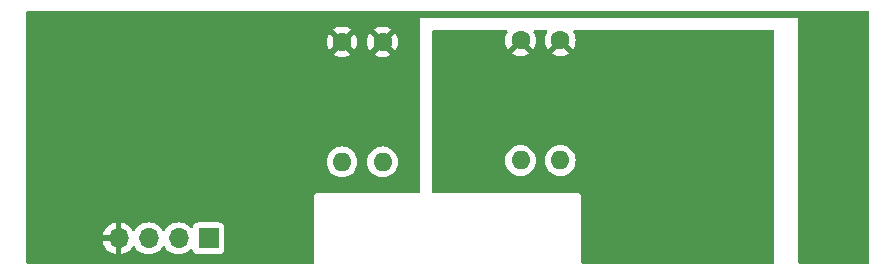
<source format=gbr>
%TF.GenerationSoftware,KiCad,Pcbnew,8.0.6*%
%TF.CreationDate,2024-11-24T09:52:55+11:00*%
%TF.ProjectId,cheating-calc,63686561-7469-46e6-972d-63616c632e6b,rev?*%
%TF.SameCoordinates,Original*%
%TF.FileFunction,Copper,L2,Bot*%
%TF.FilePolarity,Positive*%
%FSLAX46Y46*%
G04 Gerber Fmt 4.6, Leading zero omitted, Abs format (unit mm)*
G04 Created by KiCad (PCBNEW 8.0.6) date 2024-11-24 09:52:55*
%MOMM*%
%LPD*%
G01*
G04 APERTURE LIST*
%TA.AperFunction,ComponentPad*%
%ADD10R,1.700000X1.700000*%
%TD*%
%TA.AperFunction,ComponentPad*%
%ADD11O,1.700000X1.700000*%
%TD*%
%TA.AperFunction,ComponentPad*%
%ADD12C,1.600000*%
%TD*%
%TA.AperFunction,ComponentPad*%
%ADD13O,1.600000X1.600000*%
%TD*%
%TA.AperFunction,ViaPad*%
%ADD14C,0.800000*%
%TD*%
G04 APERTURE END LIST*
D10*
%TO.P,J1,1,Pin_1*%
%TO.N,RING*%
X101092000Y-71628000D03*
D11*
%TO.P,J1,2,Pin_2*%
%TO.N,TIP*%
X98552000Y-71628000D03*
%TO.P,J1,3,Pin_3*%
%TO.N,GND*%
X96012000Y-71628000D03*
%TO.P,J1,4,Pin_4*%
%TO.N,+5V*%
X93472000Y-71628000D03*
%TD*%
D12*
%TO.P,R4,1*%
%TO.N,+5V*%
X112395000Y-54991000D03*
D13*
%TO.P,R4,2*%
%TO.N,TIP*%
X112395000Y-65151000D03*
%TD*%
D12*
%TO.P,R2,1*%
%TO.N,+3.3V*%
X130876000Y-54864000D03*
D13*
%TO.P,R2,2*%
%TO.N,TIP_GPIO*%
X130876000Y-65024000D03*
%TD*%
D12*
%TO.P,R3,1*%
%TO.N,+5V*%
X115824000Y-54991000D03*
D13*
%TO.P,R3,2*%
%TO.N,RING*%
X115824000Y-65151000D03*
%TD*%
D12*
%TO.P,R1,1*%
%TO.N,+3.3V*%
X127508000Y-54864000D03*
D13*
%TO.P,R1,2*%
%TO.N,RING_GPIO*%
X127508000Y-65024000D03*
%TD*%
D14*
%TO.N,+5V*%
X152019000Y-68199000D03*
%TO.N,+3.3V*%
X147320000Y-68199000D03*
X125095000Y-64135000D03*
X125095000Y-59055000D03*
%TD*%
%TA.AperFunction,Conductor*%
%TO.N,+5V*%
G36*
X156986802Y-52390185D02*
G01*
X157032557Y-52442989D01*
X157043763Y-52494500D01*
X157043763Y-73645704D01*
X157024078Y-73712743D01*
X156971274Y-73758498D01*
X156919763Y-73769704D01*
X151124000Y-73769704D01*
X151056961Y-73750019D01*
X151011206Y-73697215D01*
X151000000Y-73645704D01*
X151000000Y-53000000D01*
X119000000Y-53000000D01*
X119000000Y-67645551D01*
X118980315Y-67712590D01*
X118927511Y-67758345D01*
X118876000Y-67769551D01*
X110383583Y-67769551D01*
X110304459Y-67769551D01*
X110266245Y-67779790D01*
X110228030Y-67790030D01*
X110228025Y-67790033D01*
X110159516Y-67829586D01*
X110159508Y-67829592D01*
X110103562Y-67885538D01*
X110103556Y-67885546D01*
X110064003Y-67954055D01*
X110064000Y-67954060D01*
X110043521Y-68030490D01*
X110043521Y-73645704D01*
X110023836Y-73712743D01*
X109971032Y-73758498D01*
X109919521Y-73769704D01*
X85768500Y-73769704D01*
X85701461Y-73750019D01*
X85655706Y-73697215D01*
X85644500Y-73645704D01*
X85644500Y-71377999D01*
X92141364Y-71377999D01*
X92141364Y-71378000D01*
X93038988Y-71378000D01*
X93006075Y-71435007D01*
X92972000Y-71562174D01*
X92972000Y-71693826D01*
X93006075Y-71820993D01*
X93038988Y-71878000D01*
X92141364Y-71878000D01*
X92198567Y-72091486D01*
X92198570Y-72091492D01*
X92298399Y-72305578D01*
X92433894Y-72499082D01*
X92600917Y-72666105D01*
X92794421Y-72801600D01*
X93008507Y-72901429D01*
X93008516Y-72901433D01*
X93222000Y-72958634D01*
X93222000Y-72061012D01*
X93279007Y-72093925D01*
X93406174Y-72128000D01*
X93537826Y-72128000D01*
X93664993Y-72093925D01*
X93722000Y-72061012D01*
X93722000Y-72958633D01*
X93935483Y-72901433D01*
X93935492Y-72901429D01*
X94149578Y-72801600D01*
X94343082Y-72666105D01*
X94510105Y-72499082D01*
X94640119Y-72313405D01*
X94694696Y-72269781D01*
X94764195Y-72262588D01*
X94826549Y-72294110D01*
X94843269Y-72313405D01*
X94973505Y-72499401D01*
X95140599Y-72666495D01*
X95237384Y-72734265D01*
X95334165Y-72802032D01*
X95334167Y-72802033D01*
X95334170Y-72802035D01*
X95548337Y-72901903D01*
X95776592Y-72963063D01*
X95953034Y-72978500D01*
X96011999Y-72983659D01*
X96012000Y-72983659D01*
X96012001Y-72983659D01*
X96070966Y-72978500D01*
X96247408Y-72963063D01*
X96475663Y-72901903D01*
X96689830Y-72802035D01*
X96883401Y-72666495D01*
X97050495Y-72499401D01*
X97180425Y-72313842D01*
X97235002Y-72270217D01*
X97304500Y-72263023D01*
X97366855Y-72294546D01*
X97383575Y-72313842D01*
X97513281Y-72499082D01*
X97513505Y-72499401D01*
X97680599Y-72666495D01*
X97777384Y-72734265D01*
X97874165Y-72802032D01*
X97874167Y-72802033D01*
X97874170Y-72802035D01*
X98088337Y-72901903D01*
X98316592Y-72963063D01*
X98493034Y-72978500D01*
X98551999Y-72983659D01*
X98552000Y-72983659D01*
X98552001Y-72983659D01*
X98610966Y-72978500D01*
X98787408Y-72963063D01*
X99015663Y-72901903D01*
X99229830Y-72802035D01*
X99423401Y-72666495D01*
X99545329Y-72544566D01*
X99606648Y-72511084D01*
X99676340Y-72516068D01*
X99732274Y-72557939D01*
X99749189Y-72588917D01*
X99798202Y-72720328D01*
X99798206Y-72720335D01*
X99884452Y-72835544D01*
X99884455Y-72835547D01*
X99999664Y-72921793D01*
X99999671Y-72921797D01*
X100134517Y-72972091D01*
X100134516Y-72972091D01*
X100141444Y-72972835D01*
X100194127Y-72978500D01*
X101989872Y-72978499D01*
X102049483Y-72972091D01*
X102184331Y-72921796D01*
X102299546Y-72835546D01*
X102385796Y-72720331D01*
X102436091Y-72585483D01*
X102442500Y-72525873D01*
X102442499Y-70730128D01*
X102436091Y-70670517D01*
X102434810Y-70667083D01*
X102385797Y-70535671D01*
X102385793Y-70535664D01*
X102299547Y-70420455D01*
X102299544Y-70420452D01*
X102184335Y-70334206D01*
X102184328Y-70334202D01*
X102049482Y-70283908D01*
X102049483Y-70283908D01*
X101989883Y-70277501D01*
X101989881Y-70277500D01*
X101989873Y-70277500D01*
X101989864Y-70277500D01*
X100194129Y-70277500D01*
X100194123Y-70277501D01*
X100134516Y-70283908D01*
X99999671Y-70334202D01*
X99999664Y-70334206D01*
X99884455Y-70420452D01*
X99884452Y-70420455D01*
X99798206Y-70535664D01*
X99798203Y-70535669D01*
X99749189Y-70667083D01*
X99707317Y-70723016D01*
X99641853Y-70747433D01*
X99573580Y-70732581D01*
X99545326Y-70711430D01*
X99423402Y-70589506D01*
X99423395Y-70589501D01*
X99229834Y-70453967D01*
X99229830Y-70453965D01*
X99229828Y-70453964D01*
X99015663Y-70354097D01*
X99015659Y-70354096D01*
X99015655Y-70354094D01*
X98787413Y-70292938D01*
X98787403Y-70292936D01*
X98552001Y-70272341D01*
X98551999Y-70272341D01*
X98316596Y-70292936D01*
X98316586Y-70292938D01*
X98088344Y-70354094D01*
X98088335Y-70354098D01*
X97874171Y-70453964D01*
X97874169Y-70453965D01*
X97680597Y-70589505D01*
X97513505Y-70756597D01*
X97383575Y-70942158D01*
X97328998Y-70985783D01*
X97259500Y-70992977D01*
X97197145Y-70961454D01*
X97180425Y-70942158D01*
X97050494Y-70756597D01*
X96883402Y-70589506D01*
X96883395Y-70589501D01*
X96689834Y-70453967D01*
X96689830Y-70453965D01*
X96689828Y-70453964D01*
X96475663Y-70354097D01*
X96475659Y-70354096D01*
X96475655Y-70354094D01*
X96247413Y-70292938D01*
X96247403Y-70292936D01*
X96012001Y-70272341D01*
X96011999Y-70272341D01*
X95776596Y-70292936D01*
X95776586Y-70292938D01*
X95548344Y-70354094D01*
X95548335Y-70354098D01*
X95334171Y-70453964D01*
X95334169Y-70453965D01*
X95140597Y-70589505D01*
X94973508Y-70756594D01*
X94843269Y-70942595D01*
X94788692Y-70986219D01*
X94719193Y-70993412D01*
X94656839Y-70961890D01*
X94640119Y-70942594D01*
X94510113Y-70756926D01*
X94510108Y-70756920D01*
X94343082Y-70589894D01*
X94149578Y-70454399D01*
X93935492Y-70354570D01*
X93935486Y-70354567D01*
X93722000Y-70297364D01*
X93722000Y-71194988D01*
X93664993Y-71162075D01*
X93537826Y-71128000D01*
X93406174Y-71128000D01*
X93279007Y-71162075D01*
X93222000Y-71194988D01*
X93222000Y-70297364D01*
X93221999Y-70297364D01*
X93008513Y-70354567D01*
X93008507Y-70354570D01*
X92794422Y-70454399D01*
X92794420Y-70454400D01*
X92600926Y-70589886D01*
X92600920Y-70589891D01*
X92433891Y-70756920D01*
X92433886Y-70756926D01*
X92298400Y-70950420D01*
X92298399Y-70950422D01*
X92198570Y-71164507D01*
X92198567Y-71164513D01*
X92141364Y-71377999D01*
X85644500Y-71377999D01*
X85644500Y-65150998D01*
X111089532Y-65150998D01*
X111089532Y-65151001D01*
X111109364Y-65377686D01*
X111109366Y-65377697D01*
X111168258Y-65597488D01*
X111168261Y-65597497D01*
X111264431Y-65803732D01*
X111264432Y-65803734D01*
X111394954Y-65990141D01*
X111555858Y-66151045D01*
X111602693Y-66183839D01*
X111742266Y-66281568D01*
X111948504Y-66377739D01*
X112168308Y-66436635D01*
X112330230Y-66450801D01*
X112394998Y-66456468D01*
X112395000Y-66456468D01*
X112395002Y-66456468D01*
X112451673Y-66451509D01*
X112621692Y-66436635D01*
X112841496Y-66377739D01*
X113047734Y-66281568D01*
X113234139Y-66151047D01*
X113395047Y-65990139D01*
X113525568Y-65803734D01*
X113621739Y-65597496D01*
X113680635Y-65377692D01*
X113700468Y-65151000D01*
X113700468Y-65150998D01*
X114518532Y-65150998D01*
X114518532Y-65151001D01*
X114538364Y-65377686D01*
X114538366Y-65377697D01*
X114597258Y-65597488D01*
X114597261Y-65597497D01*
X114693431Y-65803732D01*
X114693432Y-65803734D01*
X114823954Y-65990141D01*
X114984858Y-66151045D01*
X115031693Y-66183839D01*
X115171266Y-66281568D01*
X115377504Y-66377739D01*
X115597308Y-66436635D01*
X115759230Y-66450801D01*
X115823998Y-66456468D01*
X115824000Y-66456468D01*
X115824002Y-66456468D01*
X115880673Y-66451509D01*
X116050692Y-66436635D01*
X116270496Y-66377739D01*
X116476734Y-66281568D01*
X116663139Y-66151047D01*
X116824047Y-65990139D01*
X116954568Y-65803734D01*
X117050739Y-65597496D01*
X117109635Y-65377692D01*
X117129468Y-65151000D01*
X117109635Y-64924308D01*
X117050739Y-64704504D01*
X116954568Y-64498266D01*
X116824047Y-64311861D01*
X116824045Y-64311858D01*
X116663141Y-64150954D01*
X116476734Y-64020432D01*
X116476732Y-64020431D01*
X116270497Y-63924261D01*
X116270488Y-63924258D01*
X116050697Y-63865366D01*
X116050693Y-63865365D01*
X116050692Y-63865365D01*
X116050691Y-63865364D01*
X116050686Y-63865364D01*
X115824002Y-63845532D01*
X115823998Y-63845532D01*
X115597313Y-63865364D01*
X115597302Y-63865366D01*
X115377511Y-63924258D01*
X115377502Y-63924261D01*
X115171267Y-64020431D01*
X115171265Y-64020432D01*
X114984858Y-64150954D01*
X114823954Y-64311858D01*
X114693432Y-64498265D01*
X114693431Y-64498267D01*
X114597261Y-64704502D01*
X114597258Y-64704511D01*
X114538366Y-64924302D01*
X114538364Y-64924313D01*
X114518532Y-65150998D01*
X113700468Y-65150998D01*
X113680635Y-64924308D01*
X113621739Y-64704504D01*
X113525568Y-64498266D01*
X113395047Y-64311861D01*
X113395045Y-64311858D01*
X113234141Y-64150954D01*
X113047734Y-64020432D01*
X113047732Y-64020431D01*
X112841497Y-63924261D01*
X112841488Y-63924258D01*
X112621697Y-63865366D01*
X112621693Y-63865365D01*
X112621692Y-63865365D01*
X112621691Y-63865364D01*
X112621686Y-63865364D01*
X112395002Y-63845532D01*
X112394998Y-63845532D01*
X112168313Y-63865364D01*
X112168302Y-63865366D01*
X111948511Y-63924258D01*
X111948502Y-63924261D01*
X111742267Y-64020431D01*
X111742265Y-64020432D01*
X111555858Y-64150954D01*
X111394954Y-64311858D01*
X111264432Y-64498265D01*
X111264431Y-64498267D01*
X111168261Y-64704502D01*
X111168258Y-64704511D01*
X111109366Y-64924302D01*
X111109364Y-64924313D01*
X111089532Y-65150998D01*
X85644500Y-65150998D01*
X85644500Y-54990997D01*
X111090034Y-54990997D01*
X111090034Y-54991002D01*
X111109858Y-55217599D01*
X111109860Y-55217610D01*
X111168730Y-55437317D01*
X111168735Y-55437331D01*
X111264863Y-55643478D01*
X111315974Y-55716472D01*
X111995000Y-55037446D01*
X111995000Y-55043661D01*
X112022259Y-55145394D01*
X112074920Y-55236606D01*
X112149394Y-55311080D01*
X112240606Y-55363741D01*
X112342339Y-55391000D01*
X112348553Y-55391000D01*
X111669526Y-56070025D01*
X111742513Y-56121132D01*
X111742521Y-56121136D01*
X111948668Y-56217264D01*
X111948682Y-56217269D01*
X112168389Y-56276139D01*
X112168400Y-56276141D01*
X112394998Y-56295966D01*
X112395002Y-56295966D01*
X112621599Y-56276141D01*
X112621610Y-56276139D01*
X112841317Y-56217269D01*
X112841331Y-56217264D01*
X113047478Y-56121136D01*
X113120471Y-56070024D01*
X112441447Y-55391000D01*
X112447661Y-55391000D01*
X112549394Y-55363741D01*
X112640606Y-55311080D01*
X112715080Y-55236606D01*
X112767741Y-55145394D01*
X112795000Y-55043661D01*
X112795000Y-55037447D01*
X113474024Y-55716471D01*
X113525136Y-55643478D01*
X113621264Y-55437331D01*
X113621269Y-55437317D01*
X113680139Y-55217610D01*
X113680141Y-55217599D01*
X113699966Y-54991002D01*
X113699966Y-54990997D01*
X114519034Y-54990997D01*
X114519034Y-54991002D01*
X114538858Y-55217599D01*
X114538860Y-55217610D01*
X114597730Y-55437317D01*
X114597735Y-55437331D01*
X114693863Y-55643478D01*
X114744974Y-55716472D01*
X115424000Y-55037446D01*
X115424000Y-55043661D01*
X115451259Y-55145394D01*
X115503920Y-55236606D01*
X115578394Y-55311080D01*
X115669606Y-55363741D01*
X115771339Y-55391000D01*
X115777553Y-55391000D01*
X115098526Y-56070025D01*
X115171513Y-56121132D01*
X115171521Y-56121136D01*
X115377668Y-56217264D01*
X115377682Y-56217269D01*
X115597389Y-56276139D01*
X115597400Y-56276141D01*
X115823998Y-56295966D01*
X115824002Y-56295966D01*
X116050599Y-56276141D01*
X116050610Y-56276139D01*
X116270317Y-56217269D01*
X116270331Y-56217264D01*
X116476478Y-56121136D01*
X116549471Y-56070024D01*
X115870447Y-55391000D01*
X115876661Y-55391000D01*
X115978394Y-55363741D01*
X116069606Y-55311080D01*
X116144080Y-55236606D01*
X116196741Y-55145394D01*
X116224000Y-55043661D01*
X116224000Y-55037447D01*
X116903024Y-55716471D01*
X116954136Y-55643478D01*
X117050264Y-55437331D01*
X117050269Y-55437317D01*
X117109139Y-55217610D01*
X117109141Y-55217599D01*
X117128966Y-54991002D01*
X117128966Y-54990997D01*
X117109141Y-54764400D01*
X117109139Y-54764389D01*
X117050269Y-54544682D01*
X117050264Y-54544668D01*
X116954136Y-54338521D01*
X116954132Y-54338513D01*
X116903025Y-54265526D01*
X116224000Y-54944551D01*
X116224000Y-54938339D01*
X116196741Y-54836606D01*
X116144080Y-54745394D01*
X116069606Y-54670920D01*
X115978394Y-54618259D01*
X115876661Y-54591000D01*
X115870448Y-54591000D01*
X116549472Y-53911974D01*
X116476478Y-53860863D01*
X116270331Y-53764735D01*
X116270317Y-53764730D01*
X116050610Y-53705860D01*
X116050599Y-53705858D01*
X115824002Y-53686034D01*
X115823998Y-53686034D01*
X115597400Y-53705858D01*
X115597389Y-53705860D01*
X115377682Y-53764730D01*
X115377673Y-53764734D01*
X115171516Y-53860866D01*
X115171512Y-53860868D01*
X115098526Y-53911973D01*
X115098526Y-53911974D01*
X115777553Y-54591000D01*
X115771339Y-54591000D01*
X115669606Y-54618259D01*
X115578394Y-54670920D01*
X115503920Y-54745394D01*
X115451259Y-54836606D01*
X115424000Y-54938339D01*
X115424000Y-54944552D01*
X114744974Y-54265526D01*
X114744973Y-54265526D01*
X114693868Y-54338512D01*
X114693866Y-54338516D01*
X114597734Y-54544673D01*
X114597730Y-54544682D01*
X114538860Y-54764389D01*
X114538858Y-54764400D01*
X114519034Y-54990997D01*
X113699966Y-54990997D01*
X113680141Y-54764400D01*
X113680139Y-54764389D01*
X113621269Y-54544682D01*
X113621264Y-54544668D01*
X113525136Y-54338521D01*
X113525132Y-54338513D01*
X113474025Y-54265526D01*
X112795000Y-54944551D01*
X112795000Y-54938339D01*
X112767741Y-54836606D01*
X112715080Y-54745394D01*
X112640606Y-54670920D01*
X112549394Y-54618259D01*
X112447661Y-54591000D01*
X112441448Y-54591000D01*
X113120472Y-53911974D01*
X113047478Y-53860863D01*
X112841331Y-53764735D01*
X112841317Y-53764730D01*
X112621610Y-53705860D01*
X112621599Y-53705858D01*
X112395002Y-53686034D01*
X112394998Y-53686034D01*
X112168400Y-53705858D01*
X112168389Y-53705860D01*
X111948682Y-53764730D01*
X111948673Y-53764734D01*
X111742516Y-53860866D01*
X111742512Y-53860868D01*
X111669526Y-53911973D01*
X111669526Y-53911974D01*
X112348553Y-54591000D01*
X112342339Y-54591000D01*
X112240606Y-54618259D01*
X112149394Y-54670920D01*
X112074920Y-54745394D01*
X112022259Y-54836606D01*
X111995000Y-54938339D01*
X111995000Y-54944552D01*
X111315974Y-54265526D01*
X111315973Y-54265526D01*
X111264868Y-54338512D01*
X111264866Y-54338516D01*
X111168734Y-54544673D01*
X111168730Y-54544682D01*
X111109860Y-54764389D01*
X111109858Y-54764400D01*
X111090034Y-54990997D01*
X85644500Y-54990997D01*
X85644500Y-52494500D01*
X85664185Y-52427461D01*
X85716989Y-52381706D01*
X85768500Y-52370500D01*
X110304451Y-52370500D01*
X132304655Y-52370500D01*
X156919763Y-52370500D01*
X156986802Y-52390185D01*
G37*
%TD.AperFunction*%
%TD*%
%TA.AperFunction,Conductor*%
%TO.N,+3.3V*%
G36*
X126354809Y-54019685D02*
G01*
X126400564Y-54072489D01*
X126410508Y-54141647D01*
X126389345Y-54195124D01*
X126377866Y-54211517D01*
X126281734Y-54417673D01*
X126281730Y-54417682D01*
X126222860Y-54637389D01*
X126222858Y-54637400D01*
X126203034Y-54863997D01*
X126203034Y-54864002D01*
X126222858Y-55090599D01*
X126222860Y-55090610D01*
X126281730Y-55310317D01*
X126281735Y-55310331D01*
X126377863Y-55516478D01*
X126428974Y-55589472D01*
X127108000Y-54910446D01*
X127108000Y-54916661D01*
X127135259Y-55018394D01*
X127187920Y-55109606D01*
X127262394Y-55184080D01*
X127353606Y-55236741D01*
X127455339Y-55264000D01*
X127461553Y-55264000D01*
X126782526Y-55943025D01*
X126855513Y-55994132D01*
X126855521Y-55994136D01*
X127061668Y-56090264D01*
X127061682Y-56090269D01*
X127281389Y-56149139D01*
X127281400Y-56149141D01*
X127507998Y-56168966D01*
X127508002Y-56168966D01*
X127734599Y-56149141D01*
X127734610Y-56149139D01*
X127954317Y-56090269D01*
X127954331Y-56090264D01*
X128160478Y-55994136D01*
X128233471Y-55943024D01*
X127554447Y-55264000D01*
X127560661Y-55264000D01*
X127662394Y-55236741D01*
X127753606Y-55184080D01*
X127828080Y-55109606D01*
X127880741Y-55018394D01*
X127908000Y-54916661D01*
X127908000Y-54910447D01*
X128587024Y-55589471D01*
X128638136Y-55516478D01*
X128734264Y-55310331D01*
X128734269Y-55310317D01*
X128793139Y-55090610D01*
X128793141Y-55090599D01*
X128812966Y-54864002D01*
X128812966Y-54863997D01*
X128793141Y-54637400D01*
X128793139Y-54637389D01*
X128734269Y-54417682D01*
X128734265Y-54417673D01*
X128638133Y-54211517D01*
X128626655Y-54195124D01*
X128604328Y-54128918D01*
X128621338Y-54061150D01*
X128672286Y-54013337D01*
X128728230Y-54000000D01*
X129655770Y-54000000D01*
X129722809Y-54019685D01*
X129768564Y-54072489D01*
X129778508Y-54141647D01*
X129757345Y-54195124D01*
X129745866Y-54211517D01*
X129649734Y-54417673D01*
X129649730Y-54417682D01*
X129590860Y-54637389D01*
X129590858Y-54637400D01*
X129571034Y-54863997D01*
X129571034Y-54864002D01*
X129590858Y-55090599D01*
X129590860Y-55090610D01*
X129649730Y-55310317D01*
X129649735Y-55310331D01*
X129745863Y-55516478D01*
X129796974Y-55589472D01*
X130476000Y-54910446D01*
X130476000Y-54916661D01*
X130503259Y-55018394D01*
X130555920Y-55109606D01*
X130630394Y-55184080D01*
X130721606Y-55236741D01*
X130823339Y-55264000D01*
X130829553Y-55264000D01*
X130150526Y-55943025D01*
X130223513Y-55994132D01*
X130223521Y-55994136D01*
X130429668Y-56090264D01*
X130429682Y-56090269D01*
X130649389Y-56149139D01*
X130649400Y-56149141D01*
X130875998Y-56168966D01*
X130876002Y-56168966D01*
X131102599Y-56149141D01*
X131102610Y-56149139D01*
X131322317Y-56090269D01*
X131322331Y-56090264D01*
X131528478Y-55994136D01*
X131601471Y-55943024D01*
X130922447Y-55264000D01*
X130928661Y-55264000D01*
X131030394Y-55236741D01*
X131121606Y-55184080D01*
X131196080Y-55109606D01*
X131248741Y-55018394D01*
X131276000Y-54916661D01*
X131276000Y-54910447D01*
X131955024Y-55589471D01*
X132006136Y-55516478D01*
X132102264Y-55310331D01*
X132102269Y-55310317D01*
X132161139Y-55090610D01*
X132161141Y-55090599D01*
X132180966Y-54864002D01*
X132180966Y-54863997D01*
X132161141Y-54637400D01*
X132161139Y-54637389D01*
X132102269Y-54417682D01*
X132102265Y-54417673D01*
X132006133Y-54211517D01*
X131994655Y-54195124D01*
X131972328Y-54128918D01*
X131989338Y-54061150D01*
X132040286Y-54013337D01*
X132096230Y-54000000D01*
X148876000Y-54000000D01*
X148943039Y-54019685D01*
X148988794Y-54072489D01*
X149000000Y-54124000D01*
X149000000Y-73645704D01*
X148980315Y-73712743D01*
X148927511Y-73758498D01*
X148876000Y-73769704D01*
X132768733Y-73769704D01*
X132701694Y-73750019D01*
X132655939Y-73697215D01*
X132644733Y-73645704D01*
X132644733Y-68030490D01*
X132624253Y-67954060D01*
X132624250Y-67954055D01*
X132584697Y-67885546D01*
X132584691Y-67885538D01*
X132528745Y-67829592D01*
X132528737Y-67829586D01*
X132460228Y-67790033D01*
X132460223Y-67790030D01*
X132434746Y-67783203D01*
X132383795Y-67769551D01*
X120124000Y-67769551D01*
X120056961Y-67749866D01*
X120011206Y-67697062D01*
X120000000Y-67645551D01*
X120000000Y-65023998D01*
X126202532Y-65023998D01*
X126202532Y-65024001D01*
X126222364Y-65250686D01*
X126222366Y-65250697D01*
X126281258Y-65470488D01*
X126281261Y-65470497D01*
X126377431Y-65676732D01*
X126377432Y-65676734D01*
X126507954Y-65863141D01*
X126668858Y-66024045D01*
X126668861Y-66024047D01*
X126855266Y-66154568D01*
X127061504Y-66250739D01*
X127281308Y-66309635D01*
X127443230Y-66323801D01*
X127507998Y-66329468D01*
X127508000Y-66329468D01*
X127508002Y-66329468D01*
X127564673Y-66324509D01*
X127734692Y-66309635D01*
X127954496Y-66250739D01*
X128160734Y-66154568D01*
X128347139Y-66024047D01*
X128508047Y-65863139D01*
X128638568Y-65676734D01*
X128734739Y-65470496D01*
X128793635Y-65250692D01*
X128813468Y-65024000D01*
X128813468Y-65023998D01*
X129570532Y-65023998D01*
X129570532Y-65024001D01*
X129590364Y-65250686D01*
X129590366Y-65250697D01*
X129649258Y-65470488D01*
X129649261Y-65470497D01*
X129745431Y-65676732D01*
X129745432Y-65676734D01*
X129875954Y-65863141D01*
X130036858Y-66024045D01*
X130036861Y-66024047D01*
X130223266Y-66154568D01*
X130429504Y-66250739D01*
X130649308Y-66309635D01*
X130811230Y-66323801D01*
X130875998Y-66329468D01*
X130876000Y-66329468D01*
X130876002Y-66329468D01*
X130932673Y-66324509D01*
X131102692Y-66309635D01*
X131322496Y-66250739D01*
X131528734Y-66154568D01*
X131715139Y-66024047D01*
X131876047Y-65863139D01*
X132006568Y-65676734D01*
X132102739Y-65470496D01*
X132161635Y-65250692D01*
X132181468Y-65024000D01*
X132161635Y-64797308D01*
X132102739Y-64577504D01*
X132006568Y-64371266D01*
X131876047Y-64184861D01*
X131876045Y-64184858D01*
X131715141Y-64023954D01*
X131528734Y-63893432D01*
X131528732Y-63893431D01*
X131322497Y-63797261D01*
X131322488Y-63797258D01*
X131102697Y-63738366D01*
X131102693Y-63738365D01*
X131102692Y-63738365D01*
X131102691Y-63738364D01*
X131102686Y-63738364D01*
X130876002Y-63718532D01*
X130875998Y-63718532D01*
X130649313Y-63738364D01*
X130649302Y-63738366D01*
X130429511Y-63797258D01*
X130429502Y-63797261D01*
X130223267Y-63893431D01*
X130223265Y-63893432D01*
X130036858Y-64023954D01*
X129875954Y-64184858D01*
X129745432Y-64371265D01*
X129745431Y-64371267D01*
X129649261Y-64577502D01*
X129649258Y-64577511D01*
X129590366Y-64797302D01*
X129590364Y-64797313D01*
X129570532Y-65023998D01*
X128813468Y-65023998D01*
X128793635Y-64797308D01*
X128734739Y-64577504D01*
X128638568Y-64371266D01*
X128508047Y-64184861D01*
X128508045Y-64184858D01*
X128347141Y-64023954D01*
X128160734Y-63893432D01*
X128160732Y-63893431D01*
X127954497Y-63797261D01*
X127954488Y-63797258D01*
X127734697Y-63738366D01*
X127734693Y-63738365D01*
X127734692Y-63738365D01*
X127734691Y-63738364D01*
X127734686Y-63738364D01*
X127508002Y-63718532D01*
X127507998Y-63718532D01*
X127281313Y-63738364D01*
X127281302Y-63738366D01*
X127061511Y-63797258D01*
X127061502Y-63797261D01*
X126855267Y-63893431D01*
X126855265Y-63893432D01*
X126668858Y-64023954D01*
X126507954Y-64184858D01*
X126377432Y-64371265D01*
X126377431Y-64371267D01*
X126281261Y-64577502D01*
X126281258Y-64577511D01*
X126222366Y-64797302D01*
X126222364Y-64797313D01*
X126202532Y-65023998D01*
X120000000Y-65023998D01*
X120000000Y-54124000D01*
X120019685Y-54056961D01*
X120072489Y-54011206D01*
X120124000Y-54000000D01*
X126287770Y-54000000D01*
X126354809Y-54019685D01*
G37*
%TD.AperFunction*%
%TD*%
M02*

</source>
